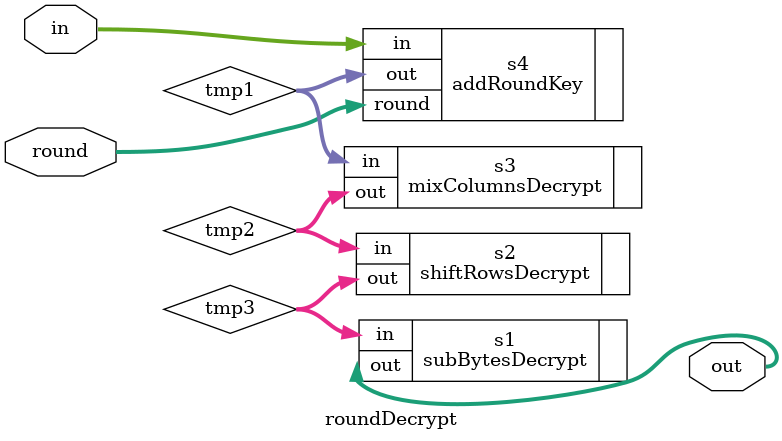
<source format=v>
`timescale 1ns / 1ps

module roundDecrypt(
    input [127:0] in,
    input [3:0] round,
    output [127:0] out
    );
    
    wire [127:0] tmp1;
    wire [127:0] tmp2;
    wire [127:0] tmp3;
    
    addRoundKey s4(.in(in), .round(round), .out(tmp1));
    mixColumnsDecrypt s3(.in(tmp1), .out(tmp2));
    shiftRowsDecrypt s2(.in(tmp2), .out(tmp3));
    subBytesDecrypt s1(.in(tmp3), .out(out));
    
endmodule

</source>
